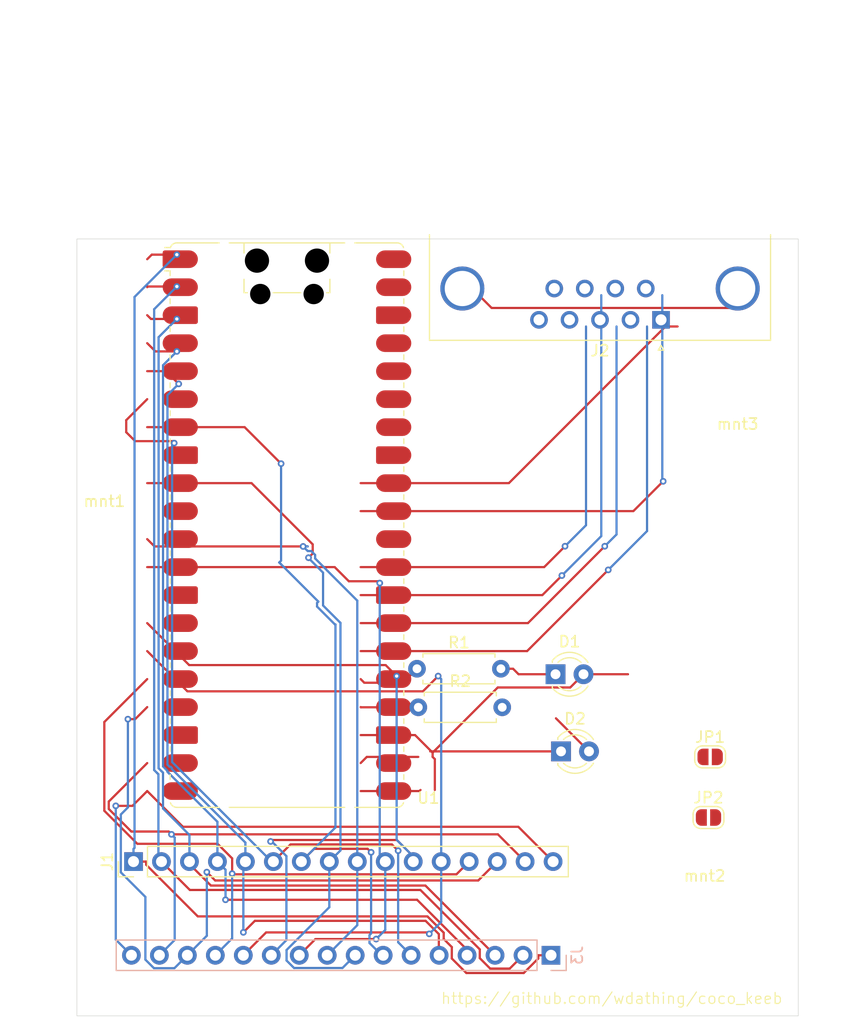
<source format=kicad_pcb>
(kicad_pcb (version 20241229) (generator "pcbnew") (generator_version "9.0")
  (layers (0 "F.Cu" signal) (2 "B.Cu" signal) (13 "F.Paste" user) (15 "B.Paste" user) (5 "F.SilkS" user "F.Silkscreen") (7 "B.SilkS" user "B.Silkscreen") (1 "F.Mask" user) (3 "B.Mask" user) (25 "Edge.Cuts" user))
  (net 0 "")
  (net 1 "Net-(J1-Pin_13)")
  (net 2 "Net-(J1-Pin_4)")
  (net 3 "Net-(J1-Pin_7)")
  (net 4 "Net-(J1-Pin_5)")
  (net 5 "Net-(J1-Pin_3)")
  (net 6 "Net-(J1-Pin_11)")
  (net 7 "Net-(J1-Pin_16)")
  (net 8 "Net-(J1-Pin_14)")
  (net 9 "Net-(J1-Pin_12)")
  (net 10 "Net-(J1-Pin_8)")
  (net 11 "Net-(J1-Pin_10)")
  (net 12 "Net-(J1-Pin_15)")
  (net 13 "Net-(J1-Pin_1)")
  (net 14 "Net-(J1-Pin_9)")
  (net 15 "Net-(J1-Pin_6)")
  (net 16 "Net-(J1-Pin_2)")
  (net 19 "unconnected-(J2-PAD-Pad0)")
  (net 33 "Net-(U1-GPIO22)")
  (net 34 "Net-(U1-GPIO27_ADC1)")
  (net 35 "Net-(U1-GPIO26_ADC0)")
  (net 36 "Net-(U1-GPIO20)")
  (net 37 "Net-(J2-Pad8)")
  (net 38 "Net-(U1-GPIO21)")
  (net 39 "Net-(D1-A)")
  (net 41 "Net-(D1-K)")
  (net 42 "Net-(D2-K)")
  (net 43 "Net-(JP1-A)")
  (net 44 "Net-(JP2-A)")
  (net 45 "Net-(U1-GPIO19)")
  (net 46 "Net-(U1-GPIO18)")
  (footprint "LED_THT:LED_D3.0mm" (layer "F.Cu") (at 123.46 74.5)
    (property "Reference" "D2" (at 1.27 -2.96 0) (layer "F.SilkS"))
    (property "Value" "LED")
    (pad "1" thru_hole rect (at 0 0) (size 1.8 1.8) (drill 0.9) (layers "*.Cu" "*.Mask") (net 42 "Net-(D2-K)"))
    (pad "2" thru_hole circle (at 2.54 0) (size 1.8 1.8) (drill 0.9) (layers "*.Cu" "*.Mask") (net 39 "Net-(D1-A)"))
  )
  (footprint "Connector_Dsub:DSUB-9_Pins_Horizontal_P2.77x2.84mm_EdgePinOffset4.94mm_Housed_MountingHolesOffset4.94mm" (layer "F.Cu") (at 132.54 35.34 180)
    (property "Reference" "J2" (at 5.54 -2.8 0) (layer "F.SilkS"))
    (property "Value" "DE9_Plug_MountingHoles")
    (pad "0" thru_hole circle (at -6.96 2.84 180) (size 4 4) (drill 3.2) (layers "*.Cu" "*.Mask") (net 19 "unconnected-(J2-PAD-Pad0)"))
    (pad "0" thru_hole circle (at 18.04 2.84 180) (size 4 4) (drill 3.2) (layers "*.Cu" "*.Mask") (net 19 "unconnected-(J2-PAD-Pad0)"))
    (pad "1" thru_hole rect (at 0 0 180) (size 1.6 1.6) (drill 1) (layers "*.Cu" "*.Mask") (net 34 "Net-(U1-GPIO27_ADC1)"))
    (pad "2" thru_hole circle (at 2.77 0 180) (size 1.6 1.6) (drill 1) (layers "*.Cu" "*.Mask") (net 36 "Net-(U1-GPIO20)"))
    (pad "3" thru_hole circle (at 5.54 0 180) (size 1.6 1.6) (drill 1) (layers "*.Cu" "*.Mask") (net 38 "Net-(U1-GPIO21)"))
    (pad "4" thru_hole circle (at 8.31 0 180) (size 1.6 1.6) (drill 1) (layers "*.Cu" "*.Mask") (net 33 "Net-(U1-GPIO22)"))
    (pad "5" thru_hole circle (at 11.08 0 180) (size 1.6 1.6) (drill 1) (layers "*.Cu" "*.Mask"))
    (pad "6" thru_hole circle (at 1.385 2.84 180) (size 1.6 1.6) (drill 1) (layers "*.Cu" "*.Mask") (net 35 "Net-(U1-GPIO26_ADC0)"))
    (pad "7" thru_hole circle (at 4.155 2.84 180) (size 1.6 1.6) (drill 1) (layers "*.Cu" "*.Mask"))
    (pad "8" thru_hole circle (at 6.925 2.84 180) (size 1.6 1.6) (drill 1) (layers "*.Cu" "*.Mask") (net 37 "Net-(J2-Pad8)"))
    (pad "9" thru_hole circle (at 9.695 2.84 180) (size 1.6 1.6) (drill 1) (layers "*.Cu" "*.Mask"))
  )
  (footprint "LED_THT:LED_D3.0mm" (layer "F.Cu") (at 122.96 67.5)
    (property "Reference" "D1" (at 1.27 -2.96 0) (layer "F.SilkS"))
    (property "Value" "LED")
    (pad "1" thru_hole rect (at 0 0) (size 1.8 1.8) (drill 0.9) (layers "*.Cu" "*.Mask") (net 41 "Net-(D1-K)"))
    (pad "2" thru_hole circle (at 2.54 0) (size 1.8 1.8) (drill 0.9) (layers "*.Cu" "*.Mask") (net 39 "Net-(D1-A)"))
  )
  (footprint "Jumper:SolderJumper-2_P1.3mm_Open_RoundedPad1.0x1.5mm" (layer "F.Cu") (at 136.85 80.5)
    (property "Reference" "JP2" (at 0 -1.8 0) (layer "F.SilkS"))
    (property "Value" "OPEN=HOST")
    (pad "1" smd custom (at -0.65 0) (size 1 0.5) (layers "F.Cu" "F.Mask") (net 44 "Net-(JP2-A)") (options (clearance outline) (anchor rect)) (primitives (gr_circle (center 0 0.25) (end 0.5 0.25) (width 0) (fill yes)) (gr_circle (center 0 -0.25) (end 0.5 -0.25) (width 0) (fill yes)) (gr_poly (pts (xy 0.5 0.75) (xy 0 0.75) (xy 0 -0.75) (xy 0.5 -0.75)) (width 0) (fill yes))))
    (pad "2" smd custom (at 0.65 0) (size 1 0.5) (layers "F.Cu" "F.Mask") (net 39 "Net-(D1-A)") (options (clearance outline) (anchor rect)) (primitives (gr_circle (center 0 0.25) (end 0.5 0.25) (width 0) (fill yes)) (gr_circle (center 0 -0.25) (end 0.5 -0.25) (width 0) (fill yes)) (gr_poly (pts (xy 0 0.75) (xy -0.5 0.75) (xy -0.5 -0.75) (xy 0 -0.75)) (width 0) (fill yes))))
  )
  (footprint "Module:RaspberryPi_Pico_Common_SMD" (layer "F.Cu") (at 98.575 53.97)
    (property "Reference" "U1" (at 11.7475 24.765 0) (layer "F.SilkS") (effects (justify left)))
    (property "Value" "Pico")
    (pad "" smd rect (at -8.89 -24.13) (size 3.8 2.2) (drill (offset -0.8 0)) (layers "F.Paste"))
    (pad "" smd rect (at -8.89 -21.59) (size 3.8 2.2) (drill (offset -0.8 0)) (layers "F.Paste"))
    (pad "" smd rect (at -8.89 -19.05) (size 3.8 2.2) (drill (offset -0.8 0)) (layers "F.Paste"))
    (pad "" smd rect (at -8.89 -16.51) (size 3.8 2.2) (drill (offset -0.8 0)) (layers "F.Paste"))
    (pad "" smd rect (at -8.89 -13.97) (size 3.8 2.2) (drill (offset -0.8 0)) (layers "F.Paste"))
    (pad "" smd rect (at -8.89 -11.43) (size 3.8 2.2) (drill (offset -0.8 0)) (layers "F.Paste"))
    (pad "" smd rect (at -8.89 -8.89) (size 3.8 2.2) (drill (offset -0.8 0)) (layers "F.Paste"))
    (pad "" smd rect (at -8.89 -6.35) (size 3.8 2.2) (drill (offset -0.8 0)) (layers "F.Paste"))
    (pad "" smd rect (at -8.89 -3.81) (size 3.8 2.2) (drill (offset -0.8 0)) (layers "F.Paste"))
    (pad "" smd rect (at -8.89 -1.27) (size 3.8 2.2) (drill (offset -0.8 0)) (layers "F.Paste"))
    (pad "" smd rect (at -8.89 1.27) (size 3.8 2.2) (drill (offset -0.8 0)) (layers "F.Paste"))
    (pad "" smd rect (at -8.89 3.81) (size 3.8 2.2) (drill (offset -0.8 0)) (layers "F.Paste"))
    (pad "" smd rect (at -8.89 6.35) (size 3.8 2.2) (drill (offset -0.8 0)) (layers "F.Paste"))
    (pad "" smd rect (at -8.89 8.89) (size 3.8 2.2) (drill (offset -0.8 0)) (layers "F.Paste"))
    (pad "" smd rect (at -8.89 11.43) (size 3.8 2.2) (drill (offset -0.8 0)) (layers "F.Paste"))
    (pad "" smd rect (at -8.89 13.97) (size 3.8 2.2) (drill (offset -0.8 0)) (layers "F.Paste"))
    (pad "" smd rect (at -8.89 16.51) (size 3.8 2.2) (drill (offset -0.8 0)) (layers "F.Paste"))
    (pad "" smd rect (at -8.89 19.05) (size 3.8 2.2) (drill (offset -0.8 0)) (layers "F.Paste"))
    (pad "" smd rect (at -8.89 21.59) (size 3.8 2.2) (drill (offset -0.8 0)) (layers "F.Paste"))
    (pad "" smd rect (at -8.89 24.13) (size 3.8 2.2) (drill (offset -0.8 0)) (layers "F.Paste"))
    (pad "" np_thru_hole circle (at -2.725 -24) (size 2.2 2.2) (drill 2.2) (layers "*.Mask"))
    (pad "" np_thru_hole circle (at -2.425 -20.97) (size 1.85 1.85) (drill 1.85) (layers "*.Mask"))
    (pad "" np_thru_hole circle (at 2.425 -20.97) (size 1.85 1.85) (drill 1.85) (layers "*.Mask"))
    (pad "" np_thru_hole circle (at 2.725 -24) (size 2.2 2.2) (drill 2.2) (layers "*.Mask"))
    (pad "" smd rect (at 8.89 -24.13) (size 3.8 2.2) (drill (offset 0.8 0)) (layers "F.Paste"))
    (pad "" smd rect (at 8.89 -21.59) (size 3.8 2.2) (drill (offset 0.8 0)) (layers "F.Paste"))
    (pad "" smd rect (at 8.89 -19.05) (size 3.8 2.2) (drill (offset 0.8 0)) (layers "F.Paste"))
    (pad "" smd rect (at 8.89 -16.51) (size 3.8 2.2) (drill (offset 0.8 0)) (layers "F.Paste"))
    (pad "" smd rect (at 8.89 -13.97) (size 3.8 2.2) (drill (offset 0.8 0)) (layers "F.Paste"))
    (pad "" smd rect (at 8.89 -11.43) (size 3.8 2.2) (drill (offset 0.8 0)) (layers "F.Paste"))
    (pad "" smd rect (at 8.89 -8.89) (size 3.8 2.2) (drill (offset 0.8 0)) (layers "F.Paste"))
    (pad "" smd rect (at 8.89 -6.35) (size 3.8 2.2) (drill (offset 0.8 0)) (layers "F.Paste"))
    (pad "" smd rect (at 8.89 -3.81) (size 3.8 2.2) (drill (offset 0.8 0)) (layers "F.Paste"))
    (pad "" smd rect (at 8.89 -1.27) (size 3.8 2.2) (drill (offset 0.8 0)) (layers "F.Paste"))
    (pad "" smd rect (at 8.89 1.27) (size 3.8 2.2) (drill (offset 0.8 0)) (layers "F.Paste"))
    (pad "" smd rect (at 8.89 3.81) (size 3.8 2.2) (drill (offset 0.8 0)) (layers "F.Paste"))
    (pad "" smd rect (at 8.89 6.35) (size 3.8 2.2) (drill (offset 0.8 0)) (layers "F.Paste"))
    (pad "" smd rect (at 8.89 8.89) (size 3.8 2.2) (drill (offset 0.8 0)) (layers "F.Paste"))
    (pad "" smd rect (at 8.89 11.43) (size 3.8 2.2) (drill (offset 0.8 0)) (layers "F.Paste"))
    (pad "" smd rect (at 8.89 13.97) (size 3.8 2.2) (drill (offset 0.8 0)) (layers "F.Paste"))
    (pad "" smd rect (at 8.89 16.51) (size 3.8 2.2) (drill (offset 0.8 0)) (layers "F.Paste"))
    (pad "" smd rect (at 8.89 19.05) (size 3.8 2.2) (drill (offset 0.8 0)) (layers "F.Paste"))
    (pad "" smd rect (at 8.89 21.59) (size 3.8 2.2) (drill (offset 0.8 0)) (layers "F.Paste"))
    (pad "" smd rect (at 8.89 24.13) (size 3.8 2.2) (drill (offset 0.8 0)) (layers "F.Paste"))
    (pad "1" smd custom (at -9.69 -24.13) (size 1.6 0.8) (layers "F.Cu" "F.Mask") (net 13 "Net-(J1-Pin_1)") (options (clearance outline) (anchor rect)) (primitives (gr_circle (center 0.8 0) (end 1.6 0) (width 0) (fill yes)) (gr_poly (pts (xy -1.6 -0.6) (xy -1.6 0.6) (xy -1.4 0.8) (xy 0.8 0.8) (xy 0.8 -0.8) (xy -1.4 -0.8)) (width 0) (fill yes)) (gr_circle (center -1.4 -0.6) (end -1.2 -0.6) (width 0) (fill yes)) (gr_circle (center -1.4 0.6) (end -1.2 0.6) (width 0) (fill yes))))
    (pad "2" smd roundrect (at -9.69 -21.59) (size 3.2 1.6) (layers "F.Cu" "F.Mask") (roundrect_rratio 0.5) (net 16 "Net-(J1-Pin_2)"))
    (pad "3" smd custom (at -9.69 -19.05) (size 1.6 0.8) (layers "F.Cu" "F.Mask") (net 5 "Net-(J1-Pin_3)") (options (clearance outline) (anchor rect)) (primitives (gr_circle (center -0.8 0) (end 0 0) (width 0) (fill yes)) (gr_poly (pts (xy 1.6 -0.6) (xy 1.6 0.6) (xy 1.4 0.8) (xy -0.8 0.8) (xy -0.8 -0.8) (xy 1.4 -0.8)) (width 0) (fill yes)) (gr_circle (center 1.4 -0.6) (end 1.6 -0.6) (width 0) (fill yes)) (gr_circle (center 1.4 0.6) (end 1.6 0.6) (width 0) (fill yes))))
    (pad "4" smd roundrect (at -9.69 -16.51) (size 3.2 1.6) (layers "F.Cu" "F.Mask") (roundrect_rratio 0.5) (net 2 "Net-(J1-Pin_4)"))
    (pad "5" smd roundrect (at -9.69 -13.97) (size 3.2 1.6) (layers "F.Cu" "F.Mask") (roundrect_rratio 0.5) (net 4 "Net-(J1-Pin_5)"))
    (pad "6" smd roundrect (at -9.69 -11.43) (size 3.2 1.6) (layers "F.Cu" "F.Mask") (roundrect_rratio 0.5) (net 15 "Net-(J1-Pin_6)"))
    (pad "7" smd roundrect (at -9.69 -8.89) (size 3.2 1.6) (layers "F.Cu" "F.Mask") (roundrect_rratio 0.5) (net 3 "Net-(J1-Pin_7)"))
    (pad "8" smd custom (at -9.69 -6.35) (size 1.6 0.8) (layers "F.Cu" "F.Mask") (options (clearance outline) (anchor rect)) (primitives (gr_circle (center -0.8 0) (end 0 0) (width 0) (fill yes)) (gr_poly (pts (xy 1.6 -0.6) (xy 1.6 0.6) (xy 1.4 0.8) (xy -0.8 0.8) (xy -0.8 -0.8) (xy 1.4 -0.8)) (width 0) (fill yes)) (gr_circle (center 1.4 -0.6) (end 1.6 -0.6) (width 0) (fill yes)) (gr_circle (center 1.4 0.6) (end 1.6 0.6) (width 0) (fill yes))))
    (pad "9" smd roundrect (at -9.69 -3.81) (size 3.2 1.6) (layers "F.Cu" "F.Mask") (roundrect_rratio 0.5) (net 10 "Net-(J1-Pin_8)"))
    (pad "10" smd roundrect (at -9.69 -1.27) (size 3.2 1.6) (layers "F.Cu" "F.Mask") (roundrect_rratio 0.5))
    (pad "11" smd roundrect (at -9.69 1.27) (size 3.2 1.6) (layers "F.Cu" "F.Mask") (roundrect_rratio 0.5) (net 14 "Net-(J1-Pin_9)"))
    (pad "12" smd roundrect (at -9.69 3.81) (size 3.2 1.6) (layers "F.Cu" "F.Mask") (roundrect_rratio 0.5) (net 11 "Net-(J1-Pin_10)"))
    (pad "13" smd custom (at -9.69 6.35) (size 1.6 0.8) (layers "F.Cu" "F.Mask") (options (clearance outline) (anchor rect)) (primitives (gr_circle (center -0.8 0) (end 0 0) (width 0) (fill yes)) (gr_poly (pts (xy 1.6 -0.6) (xy 1.6 0.6) (xy 1.4 0.8) (xy -0.8 0.8) (xy -0.8 -0.8) (xy 1.4 -0.8)) (width 0) (fill yes)) (gr_circle (center 1.4 -0.6) (end 1.6 -0.6) (width 0) (fill yes)) (gr_circle (center 1.4 0.6) (end 1.6 0.6) (width 0) (fill yes))))
    (pad "14" smd roundrect (at -9.69 8.89) (size 3.2 1.6) (layers "F.Cu" "F.Mask") (roundrect_rratio 0.5) (net 6 "Net-(J1-Pin_11)"))
    (pad "15" smd roundrect (at -9.69 11.43) (size 3.2 1.6) (layers "F.Cu" "F.Mask") (roundrect_rratio 0.5) (net 9 "Net-(J1-Pin_12)"))
    (pad "16" smd roundrect (at -9.69 13.97) (size 3.2 1.6) (layers "F.Cu" "F.Mask") (roundrect_rratio 0.5) (net 1 "Net-(J1-Pin_13)"))
    (pad "17" smd roundrect (at -9.69 16.51) (size 3.2 1.6) (layers "F.Cu" "F.Mask") (roundrect_rratio 0.5) (net 8 "Net-(J1-Pin_14)"))
    (pad "18" smd custom (at -9.69 19.05) (size 1.6 0.8) (layers "F.Cu" "F.Mask") (options (clearance outline) (anchor rect)) (primitives (gr_circle (center -0.8 0) (end 0 0) (width 0) (fill yes)) (gr_poly (pts (xy 1.6 -0.6) (xy 1.6 0.6) (xy 1.4 0.8) (xy -0.8 0.8) (xy -0.8 -0.8) (xy 1.4 -0.8)) (width 0) (fill yes)) (gr_circle (center 1.4 -0.6) (end 1.6 -0.6) (width 0) (fill yes)) (gr_circle (center 1.4 0.6) (end 1.6 0.6) (width 0) (fill yes))))
    (pad "19" smd roundrect (at -9.69 21.59) (size 3.2 1.6) (layers "F.Cu" "F.Mask") (roundrect_rratio 0.5) (net 12 "Net-(J1-Pin_15)"))
    (pad "20" smd roundrect (at -9.69 24.13) (size 3.2 1.6) (layers "F.Cu" "F.Mask") (roundrect_rratio 0.5) (net 7 "Net-(J1-Pin_16)"))
    (pad "21" smd roundrect (at 9.69 24.13) (size 3.2 1.6) (layers "F.Cu" "F.Mask") (roundrect_rratio 0.5) (net 44 "Net-(JP2-A)"))
    (pad "22" smd roundrect (at 9.69 21.59) (size 3.2 1.6) (layers "F.Cu" "F.Mask") (roundrect_rratio 0.5) (net 43 "Net-(JP1-A)"))
    (pad "23" smd custom (at 9.69 19.05) (size 1.6 0.8) (layers "F.Cu" "F.Mask") (net 39 "Net-(D1-A)") (options (clearance outline) (anchor rect)) (primitives (gr_circle (center 0.8 0) (end 1.6 0) (width 0) (fill yes)) (gr_poly (pts (xy -1.6 -0.6) (xy -1.6 0.6) (xy -1.4 0.8) (xy 0.8 0.8) (xy 0.8 -0.8) (xy -1.4 -0.8)) (width 0) (fill yes)) (gr_circle (center -1.4 -0.6) (end -1.2 -0.6) (width 0) (fill yes)) (gr_circle (center -1.4 0.6) (end -1.2 0.6) (width 0) (fill yes))))
    (pad "24" smd roundrect (at 9.69 16.51) (size 3.2 1.6) (layers "F.Cu" "F.Mask") (roundrect_rratio 0.5) (net 46 "Net-(U1-GPIO18)"))
    (pad "25" smd roundrect (at 9.69 13.97) (size 3.2 1.6) (layers "F.Cu" "F.Mask") (roundrect_rratio 0.5) (net 45 "Net-(U1-GPIO19)"))
    (pad "26" smd roundrect (at 9.69 11.43) (size 3.2 1.6) (layers "F.Cu" "F.Mask") (roundrect_rratio 0.5) (net 36 "Net-(U1-GPIO20)"))
    (pad "27" smd roundrect (at 9.69 8.89) (size 3.2 1.6) (layers "F.Cu" "F.Mask") (roundrect_rratio 0.5) (net 38 "Net-(U1-GPIO21)"))
    (pad "28" smd custom (at 9.69 6.35) (size 1.6 0.8) (layers "F.Cu" "F.Mask") (net 37 "Net-(J2-Pad8)") (options (clearance outline) (anchor rect)) (primitives (gr_circle (center 0.8 0) (end 1.6 0) (width 0) (fill yes)) (gr_poly (pts (xy -1.6 -0.6) (xy -1.6 0.6) (xy -1.4 0.8) (xy 0.8 0.8) (xy 0.8 -0.8) (xy -1.4 -0.8)) (width 0) (fill yes)) (gr_circle (center -1.4 -0.6) (end -1.2 -0.6) (width 0) (fill yes)) (gr_circle (center -1.4 0.6) (end -1.2 0.6) (width 0) (fill yes))))
    (pad "29" smd roundrect (at 9.69 3.81) (size 3.2 1.6) (layers "F.Cu" "F.Mask") (roundrect_rratio 0.5) (net 33 "Net-(U1-GPIO22)"))
    (pad "30" smd roundrect (at 9.69 1.27) (size 3.2 1.6) (layers "F.Cu" "F.Mask") (roundrect_rratio 0.5))
    (pad "31" smd roundrect (at 9.69 -1.27) (size 3.2 1.6) (layers "F.Cu" "F.Mask") (roundrect_rratio 0.5) (net 35 "Net-(U1-GPIO26_ADC0)"))
    (pad "32" smd roundrect (at 9.69 -3.81) (size 3.2 1.6) (layers "F.Cu" "F.Mask") (roundrect_rratio 0.5) (net 34 "Net-(U1-GPIO27_ADC1)"))
    (pad "33" smd custom (at 9.69 -6.35) (size 1.6 0.8) (layers "F.Cu" "F.Mask") (options (clearance outline) (anchor rect)) (primitives (gr_circle (center 0.8 0) (end 1.6 0) (width 0) (fill yes)) (gr_poly (pts (xy -1.6 -0.6) (xy -1.6 0.6) (xy -1.4 0.8) (xy 0.8 0.8) (xy 0.8 -0.8) (xy -1.4 -0.8)) (width 0) (fill yes)) (gr_circle (center -1.4 -0.6) (end -1.2 -0.6) (width 0) (fill yes)) (gr_circle (center -1.4 0.6) (end -1.2 0.6) (width 0) (fill yes))))
    (pad "34" smd roundrect (at 9.69 -8.89) (size 3.2 1.6) (layers "F.Cu" "F.Mask") (roundrect_rratio 0.5))
    (pad "35" smd roundrect (at 9.69 -11.43) (size 3.2 1.6) (layers "F.Cu" "F.Mask") (roundrect_rratio 0.5))
    (pad "36" smd roundrect (at 9.69 -13.97) (size 3.2 1.6) (layers "F.Cu" "F.Mask") (roundrect_rratio 0.5))
    (pad "37" smd roundrect (at 9.69 -16.51) (size 3.2 1.6) (layers "F.Cu" "F.Mask") (roundrect_rratio 0.5))
    (pad "38" smd custom (at 9.69 -19.05) (size 1.6 0.8) (layers "F.Cu" "F.Mask") (options (clearance outline) (anchor rect)) (primitives (gr_circle (center 0.8 0) (end 1.6 0) (width 0) (fill yes)) (gr_poly (pts (xy -1.6 -0.6) (xy -1.6 0.6) (xy -1.4 0.8) (xy 0.8 0.8) (xy 0.8 -0.8) (xy -1.4 -0.8)) (width 0) (fill yes)) (gr_circle (center -1.4 -0.6) (end -1.2 -0.6) (width 0) (fill yes)) (gr_circle (center -1.4 0.6) (end -1.2 0.6) (width 0) (fill yes))))
    (pad "39" smd roundrect (at 9.69 -21.59) (size 3.2 1.6) (layers "F.Cu" "F.Mask") (roundrect_rratio 0.5))
    (pad "40" smd roundrect (at 9.69 -24.13) (size 3.2 1.6) (layers "F.Cu" "F.Mask") (roundrect_rratio 0.5))
  )
  (footprint "MountingHole:MountingHole_3.2mm_M3" (layer "F.Cu") (at 82 56)
    (property "Reference" "mnt1" (at 0 -4.2 0) (layer "F.SilkS"))
    (property "Value" "MountingHole_3.2mm_M3")
    (pad "" np_thru_hole circle (at 0 0) (size 3.2 3.2) (drill 3.2) (layers "*.Cu" "*.Mask"))
  )
  (footprint "Jumper:SolderJumper-2_P1.3mm_Open_RoundedPad1.0x1.5mm" (layer "F.Cu") (at 137 75)
    (property "Reference" "JP1" (at 0 -1.8 0) (layer "F.SilkS"))
    (property "Value" "OPEN=DRAGON")
    (pad "1" smd custom (at -0.65 0) (size 1 0.5) (layers "F.Cu" "F.Mask") (net 43 "Net-(JP1-A)") (options (clearance outline) (anchor rect)) (primitives (gr_circle (center 0 0.25) (end 0.5 0.25) (width 0) (fill yes)) (gr_circle (center 0 -0.25) (end 0.5 -0.25) (width 0) (fill yes)) (gr_poly (pts (xy 0.5 0.75) (xy 0 0.75) (xy 0 -0.75) (xy 0.5 -0.75)) (width 0) (fill yes))))
    (pad "2" smd custom (at 0.65 0) (size 1 0.5) (layers "F.Cu" "F.Mask") (net 39 "Net-(D1-A)") (options (clearance outline) (anchor rect)) (primitives (gr_circle (center 0 0.25) (end 0.5 0.25) (width 0) (fill yes)) (gr_circle (center 0 -0.25) (end 0.5 -0.25) (width 0) (fill yes)) (gr_poly (pts (xy 0 0.75) (xy -0.5 0.75) (xy -0.5 -0.75) (xy 0 -0.75)) (width 0) (fill yes))))
  )
  (footprint "MountingHole:MountingHole_3.2mm_M3" (layer "F.Cu") (at 139.5 49)
    (property "Reference" "mnt3" (at 0 -4.2 0) (layer "F.SilkS"))
    (property "Value" "MountingHole_3.2mm_M3")
    (pad "" np_thru_hole circle (at 0 0) (size 3.2 3.2) (drill 3.2) (layers "*.Cu" "*.Mask"))
  )
  (footprint "MountingHole:MountingHole_3.2mm_M3" (layer "F.Cu") (at 136.5 90)
    (property "Reference" "mnt2" (at 0 -4.2 0) (layer "F.SilkS"))
    (property "Value" "MountingHole_3.2mm_M3")
    (pad "" np_thru_hole circle (at 0 0) (size 3.2 3.2) (drill 3.2) (layers "*.Cu" "*.Mask"))
  )
  (footprint "Resistor_THT:R_Axial_DIN0207_L6.3mm_D2.5mm_P7.62mm_Horizontal" (layer "F.Cu") (at 110.5 70.5)
    (property "Reference" "R2" (at 3.81 -2.37 0) (layer "F.SilkS"))
    (property "Value" "1K")
    (pad "1" thru_hole circle (at 0 0) (size 1.6 1.6) (drill 0.8) (layers "*.Cu" "*.Mask") (net 46 "Net-(U1-GPIO18)"))
    (pad "2" thru_hole oval (at 7.62 0) (size 1.6 1.6) (drill 0.8) (layers "*.Cu" "*.Mask") (net 42 "Net-(D2-K)"))
  )
  (footprint "Resistor_THT:R_Axial_DIN0207_L6.3mm_D2.5mm_P7.62mm_Horizontal" (layer "F.Cu") (at 110.38 67)
    (property "Reference" "R1" (at 3.81 -2.37 0) (layer "F.SilkS"))
    (property "Value" "1K")
    (pad "1" thru_hole circle (at 0 0) (size 1.6 1.6) (drill 0.8) (layers "*.Cu" "*.Mask") (net 45 "Net-(U1-GPIO19)"))
    (pad "2" thru_hole oval (at 7.62 0) (size 1.6 1.6) (drill 0.8) (layers "*.Cu" "*.Mask") (net 41 "Net-(D1-K)"))
  )
  (footprint "Connector_PinHeader_2.54mm:PinHeader_1x16_P2.54mm_Vertical" (layer "F.Cu") (at 84.64 84.5 90)
    (property "Reference" "J1" (at 0 -2.38 90) (layer "F.SilkS"))
    (property "Value" "Conn_01x16_Pin")
    (pad "1" thru_hole rect (at 0 0 90) (size 1.7 1.7) (drill 1) (layers "*.Cu" "*.Mask") (net 13 "Net-(J1-Pin_1)"))
    (pad "2" thru_hole circle (at 0 2.54 90) (size 1.7 1.7) (drill 1) (layers "*.Cu" "*.Mask") (net 16 "Net-(J1-Pin_2)"))
    (pad "3" thru_hole circle (at 0 5.08 90) (size 1.7 1.7) (drill 1) (layers "*.Cu" "*.Mask") (net 5 "Net-(J1-Pin_3)"))
    (pad "4" thru_hole circle (at 0 7.62 90) (size 1.7 1.7) (drill 1) (layers "*.Cu" "*.Mask") (net 2 "Net-(J1-Pin_4)"))
    (pad "5" thru_hole circle (at 0 10.16 90) (size 1.7 1.7) (drill 1) (layers "*.Cu" "*.Mask") (net 4 "Net-(J1-Pin_5)"))
    (pad "6" thru_hole circle (at 0 12.7 90) (size 1.7 1.7) (drill 1) (layers "*.Cu" "*.Mask") (net 15 "Net-(J1-Pin_6)"))
    (pad "7" thru_hole circle (at 0 15.24 90) (size 1.7 1.7) (drill 1) (layers "*.Cu" "*.Mask") (net 3 "Net-(J1-Pin_7)"))
    (pad "8" thru_hole circle (at 0 17.78 90) (size 1.7 1.7) (drill 1) (layers "*.Cu" "*.Mask") (net 10 "Net-(J1-Pin_8)"))
    (pad "9" thru_hole circle (at 0 20.32 90) (size 1.7 1.7) (drill 1) (layers "*.Cu" "*.Mask") (net 14 "Net-(J1-Pin_9)"))
    (pad "10" thru_hole circle (at 0 22.86 90) (size 1.7 1.7) (drill 1) (layers "*.Cu" "*.Mask") (net 11 "Net-(J1-Pin_10)"))
    (pad "11" thru_hole circle (at 0 25.4 90) (size 1.7 1.7) (drill 1) (layers "*.Cu" "*.Mask") (net 6 "Net-(J1-Pin_11)"))
    (pad "12" thru_hole circle (at 0 27.94 90) (size 1.7 1.7) (drill 1) (layers "*.Cu" "*.Mask") (net 9 "Net-(J1-Pin_12)"))
    (pad "13" thru_hole circle (at 0 30.48 90) (size 1.7 1.7) (drill 1) (layers "*.Cu" "*.Mask") (net 1 "Net-(J1-Pin_13)"))
    (pad "14" thru_hole circle (at 0 33.02 90) (size 1.7 1.7) (drill 1) (layers "*.Cu" "*.Mask") (net 8 "Net-(J1-Pin_14)"))
    (pad "15" thru_hole circle (at 0 35.56 90) (size 1.7 1.7) (drill 1) (layers "*.Cu" "*.Mask") (net 12 "Net-(J1-Pin_15)"))
    (pad "16" thru_hole circle (at 0 38.1 90) (size 1.7 1.7) (drill 1) (layers "*.Cu" "*.Mask") (net 7 "Net-(J1-Pin_16)"))
  )
  (footprint "Connector_PinHeader_2.54mm:PinHeader_1x16_P2.54mm_Vertical" (layer "B.Cu") (at 122.55 93 90)
    (property "Reference" "J3" (at 0 2.38 90) (layer "B.SilkS") (effects (justify mirror)))
    (property "Value" "Conn_01x16_Pin")
    (pad "1" thru_hole rect (at 0 0 90) (size 1.7 1.7) (drill 1) (layers "*.Cu" "*.Mask") (net 13 "Net-(J1-Pin_1)"))
    (pad "2" thru_hole circle (at 0 -2.54 90) (size 1.7 1.7) (drill 1) (layers "*.Cu" "*.Mask") (net 16 "Net-(J1-Pin_2)"))
    (pad "3" thru_hole circle (at 0 -5.08 90) (size 1.7 1.7) (drill 1) (layers "*.Cu" "*.Mask") (net 5 "Net-(J1-Pin_3)"))
    (pad "4" thru_hole circle (at 0 -7.62 90) (size 1.7 1.7) (drill 1) (layers "*.Cu" "*.Mask") (net 2 "Net-(J1-Pin_4)"))
    (pad "5" thru_hole circle (at 0 -10.16 90) (size 1.7 1.7) (drill 1) (layers "*.Cu" "*.Mask") (net 4 "Net-(J1-Pin_5)"))
    (pad "6" thru_hole circle (at 0 -12.7 90) (size 1.7 1.7) (drill 1) (layers "*.Cu" "*.Mask") (net 15 "Net-(J1-Pin_6)"))
    (pad "7" thru_hole circle (at 0 -15.24 90) (size 1.7 1.7) (drill 1) (layers "*.Cu" "*.Mask") (net 3 "Net-(J1-Pin_7)"))
    (pad "8" thru_hole circle (at 0 -17.78 90) (size 1.7 1.7) (drill 1) (layers "*.Cu" "*.Mask") (net 10 "Net-(J1-Pin_8)"))
    (pad "9" thru_hole circle (at 0 -20.32 90) (size 1.7 1.7) (drill 1) (layers "*.Cu" "*.Mask") (net 14 "Net-(J1-Pin_9)"))
    (pad "10" thru_hole circle (at 0 -22.86 90) (size 1.7 1.7) (drill 1) (layers "*.Cu" "*.Mask") (net 11 "Net-(J1-Pin_10)"))
    (pad "11" thru_hole circle (at 0 -25.4 90) (size 1.7 1.7) (drill 1) (layers "*.Cu" "*.Mask") (net 6 "Net-(J1-Pin_11)"))
    (pad "12" thru_hole circle (at 0 -27.94 90) (size 1.7 1.7) (drill 1) (layers "*.Cu" "*.Mask") (net 9 "Net-(J1-Pin_12)"))
    (pad "13" thru_hole circle (at 0 -30.48 90) (size 1.7 1.7) (drill 1) (layers "*.Cu" "*.Mask") (net 1 "Net-(J1-Pin_13)"))
    (pad "14" thru_hole circle (at 0 -33.02 90) (size 1.7 1.7) (drill 1) (layers "*.Cu" "*.Mask") (net 8 "Net-(J1-Pin_14)"))
    (pad "15" thru_hole circle (at 0 -35.56 90) (size 1.7 1.7) (drill 1) (layers "*.Cu" "*.Mask") (net 12 "Net-(J1-Pin_15)"))
    (pad "16" thru_hole circle (at 0 -38.1 90) (size 1.7 1.7) (drill 1) (layers "*.Cu" "*.Mask") (net 7 "Net-(J1-Pin_16)"))
  )
  (gr_rect (start 79.5 28) (end 145 98.5) (stroke (width 0.05)) (fill no) (layer "Edge.Cuts"))
  (gr_text "https://github.com/wdathing/coco_keeb" (at 112.5 97.5 0) (layer "F.SilkS") (effects (font (size 1 1) (thickness 0.1)) (justify left bottom)))
  (segment (start 92.2751 82.8863) (end 93.5984 84.2096) (width 0.2) (layer "F.Cu") (net 1))
  (segment (start 93.5984 84.2096) (end 93.5984 85.5943) (width 0.2) (layer "F.Cu") (net 1))
  (segment (start 81.9915 79.8891) (end 84.9887 82.8863) (width 0.2) (layer "F.Cu") (net 1))
  (segment (start 113.9664 85.6536) (end 93.6577 85.6536) (width 0.2) (layer "F.Cu") (net 1))
  (segment (start 85.885 67.94) (end 81.9915 71.8335) (width 0.2) (layer "F.Cu") (net 1))
  (segment (start 81.9915 71.8335) (end 81.9915 79.8891) (width 0.2) (layer "F.Cu") (net 1))
  (segment (start 115.12 84.5) (end 113.9664 85.6536) (width 0.2) (layer "F.Cu") (net 1))
  (segment (start 93.6577 85.6536) (end 93.5984 85.5943) (width 0.2) (layer "F.Cu") (net 1))
  (segment (start 84.9887 82.8863) (end 92.2751 82.8863) (width 0.2) (layer "F.Cu") (net 1))
  (via (at 93.5984 85.5943) (size 0.6) (drill 0.3) (layers "F.Cu" "B.Cu") (net 1))
  (segment (start 93.5984 91.4716) (end 93.5984 85.5943) (width 0.2) (layer "B.Cu") (net 1))
  (segment (start 92.07 93) (end 93.5984 91.4716) (width 0.2) (layer "B.Cu") (net 1))
  (segment (start 85.885 37.46) (end 86.6302 38.2052) (width 0.2) (layer "F.Cu") (net 2))
  (segment (start 114.93 93) (end 114.93 92.5065) (width 0.2) (layer "F.Cu") (net 2))
  (segment (start 86.6302 38.2052) (end 88.5756 38.2052) (width 0.2) (layer "F.Cu") (net 2))
  (segment (start 114.93 92.5065) (end 110.3896 87.9661) (width 0.2) (layer "F.Cu") (net 2))
  (segment (start 110.3896 87.9661) (end 92.9967 87.9661) (width 0.2) (layer "F.Cu") (net 2))
  (via (at 88.5756 38.2052) (size 0.6) (drill 0.3) (layers "F.Cu" "B.Cu") (net 2))
  (via (at 92.9967 87.9661) (size 0.6) (drill 0.3) (layers "F.Cu" "B.Cu") (net 2))
  (segment (start 92.26 80.8887) (end 92.26 84.5) (width 0.2) (layer "B.Cu") (net 2))
  (segment (start 88.5756 38.2052) (end 87.3208 39.46) (width 0.2) (layer "B.Cu") (net 2))
  (segment (start 87.9462 76.5749) (end 92.26 80.8887) (width 0.2) (layer "B.Cu") (net 2))
  (segment (start 92.26 84.5) (end 92.9967 85.2367) (width 0.2) (layer "B.Cu") (net 2))
  (segment (start 87.7225 76.2665) (end 87.7225 76.3512) (width 0.2) (layer "B.Cu") (net 2))
  (segment (start 87.7799 76.4086) (end 87.9462 76.5749) (width 0.2) (layer "B.Cu") (net 2))
  (segment (start 87.3208 75.8648) (end 87.5562 76.1002) (width 0.2) (layer "B.Cu") (net 2))
  (segment (start 87.7225 76.3512) (end 87.7799 76.4086) (width 0.2) (layer "B.Cu") (net 2))
  (segment (start 87.3208 39.46) (end 87.3208 75.8648) (width 0.2) (layer "B.Cu") (net 2))
  (segment (start 87.5562 76.1002) (end 87.7225 76.2665) (width 0.2) (layer "B.Cu") (net 2))
  (segment (start 87.7799 76.4086) (end 87.9462 76.5749) (width 0.2) (layer "B.Cu") (net 2))
  (segment (start 87.5562 76.1002) (end 87.7225 76.2665) (width 0.2) (layer "B.Cu") (net 2))
  (segment (start 92.9967 85.2367) (end 92.9967 87.9661) (width 0.2) (layer "B.Cu") (net 2))
  (segment (start 99.88 84.5) (end 101.037 83.343) (width 0.2) (layer "F.Cu") (net 3))
  (segment (start 105.9011 83.343) (end 106.2148 83.6567) (width 0.2) (layer "F.Cu") (net 3))
  (segment (start 85.885 45.08) (end 94.7291 45.08) (width 0.2) (layer "F.Cu") (net 3))
  (segment (start 94.7291 45.08) (end 98.0402 48.3911) (width 0.2) (layer "F.Cu") (net 3))
  (segment (start 101.037 83.343) (end 105.9011 83.343) (width 0.2) (layer "F.Cu") (net 3))
  (via (at 98.0402 48.3911) (size 0.6) (drill 0.3) (layers "F.Cu" "B.Cu") (net 3))
  (via (at 106.2148 83.6567) (size 0.6) (drill 0.3) (layers "F.Cu" "B.Cu") (net 3))
  (segment (start 106.2148 91.0224) (end 106.0675 91.1697) (width 0.2) (layer "B.Cu") (net 3))
  (segment (start 102.9291 62.9811) (end 102.978 62.9811) (width 0.2) (layer "B.Cu") (net 3))
  (segment (start 98.0387 57.5227) (end 101.4265 60.9105) (width 0.2) (layer "B.Cu") (net 3))
  (segment (start 98.0402 48.3911) (end 98.0402 57.1916) (width 0.2) (layer "B.Cu") (net 3))
  (segment (start 97.8739 57.3579) (end 98.0387 57.5227) (width 0.2) (layer "B.Cu") (net 3))
  (segment (start 106.0675 91.1697) (end 106.0675 91.8878) (width 0.2) (layer "B.Cu") (net 3))
  (segment (start 102.978 81.402) (end 99.88 84.5) (width 0.2) (layer "B.Cu") (net 3))
  (segment (start 106.0675 91.8878) (end 107.1797 93) (width 0.2) (layer "B.Cu") (net 3))
  (segment (start 98.0402 57.1916) (end 97.8739 57.3579) (width 0.2) (layer "B.Cu") (net 3))
  (segment (start 97.8739 57.3579) (end 98.0387 57.5227) (width 0.2) (layer "B.Cu") (net 3))
  (segment (start 107.1797 93) (end 107.31 93) (width 0.2) (layer "B.Cu") (net 3))
  (segment (start 101.3088 61.0282) (end 101.3088 61.3608) (width 0.2) (layer "B.Cu") (net 3))
  (segment (start 102.978 62.9811) (end 102.978 81.402) (width 0.2) (layer "B.Cu") (net 3))
  (segment (start 101.4265 60.9105) (end 101.3088 61.0282) (width 0.2) (layer "B.Cu") (net 3))
  (segment (start 106.2148 83.6567) (end 106.2148 91.0224) (width 0.2) (layer "B.Cu") (net 3))
  (segment (start 101.3088 61.3608) (end 102.9291 62.9811) (width 0.2) (layer "B.Cu") (net 3))
  (segment (start 87.588 40) (end 88.7429 41.1549) (width 0.2) (layer "F.Cu") (net 4))
  (segment (start 85.885 40) (end 87.588 40) (width 0.2) (layer "F.Cu") (net 4))
  (segment (start 95.6601 89.8759) (end 94.6155 90.9205) (width 0.2) (layer "F.Cu") (net 4))
  (segment (start 112.3635 91.076) (end 111.1634 89.8759) (width 0.2) (layer "F.Cu") (net 4))
  (segment (start 112.39 93) (end 112.3635 92.9735) (width 0.2) (layer "F.Cu") (net 4))
  (segment (start 111.1634 89.8759) (end 95.6601 89.8759) (width 0.2) (layer "F.Cu") (net 4))
  (segment (start 112.3635 92.9735) (end 112.3635 91.076) (width 0.2) (layer "F.Cu") (net 4))
  (via (at 94.6155 90.9205) (size 0.6) (drill 0.3) (layers "F.Cu" "B.Cu") (net 4))
  (via (at 88.7429 41.1549) (size 0.6) (drill 0.3) (layers "F.Cu" "B.Cu") (net 4))
  (segment (start 88.7429 41.1549) (end 87.7225 42.1753) (width 0.2) (layer "B.Cu") (net 4))
  (segment (start 94.8 82.776) (end 94.8 84.5) (width 0.2) (layer "B.Cu") (net 4))
  (segment (start 94.6155 84.6845) (end 94.8 84.5) (width 0.2) (layer "B.Cu") (net 4))
  (segment (start 94.6155 90.9205) (end 94.6155 84.6845) (width 0.2) (layer "B.Cu") (net 4))
  (segment (start 87.9225 75.8985) (end 88.0093 75.8985) (width 0.2) (layer "B.Cu") (net 4))
  (segment (start 88.1227 76.0987) (end 94.8 82.776) (width 0.2) (layer "B.Cu") (net 4))
  (segment (start 87.7225 75.6985) (end 87.9225 75.8985) (width 0.2) (layer "B.Cu") (net 4))
  (segment (start 88.0093 75.8985) (end 88.1227 76.0119) (width 0.2) (layer "B.Cu") (net 4))
  (segment (start 87.7225 42.1753) (end 87.7225 75.6985) (width 0.2) (layer "B.Cu") (net 4))
  (segment (start 88.1227 76.0119) (end 88.1227 76.0987) (width 0.2) (layer "B.Cu") (net 4))
  (segment (start 89.72 84.7276) (end 91.6666 86.6742) (width 0.2) (layer "F.Cu") (net 5))
  (segment (start 88.5741 35.2631) (end 86.2281 35.2631) (width 0.2) (layer "F.Cu") (net 5))
  (segment (start 89.72 84.5) (end 89.72 84.7276) (width 0.2) (layer "F.Cu") (net 5))
  (segment (start 91.6666 86.6742) (end 111.1442 86.6742) (width 0.2) (layer "F.Cu") (net 5))
  (segment (start 111.1442 86.6742) (end 117.47 93) (width 0.2) (layer "F.Cu") (net 5))
  (segment (start 86.2281 35.2631) (end 85.885 34.92) (width 0.2) (layer "F.Cu") (net 5))
  (via (at 88.5741 35.2631) (size 0.6) (drill 0.3) (layers "F.Cu" "B.Cu") (net 5))
  (segment (start 87.3207 79.6878) (end 89.72 82.0871) (width 0.2) (layer "B.Cu") (net 5))
  (segment (start 87.3207 76.4327) (end 87.3207 79.6878) (width 0.2) (layer "B.Cu") (net 5))
  (segment (start 89.72 82.0871) (end 89.72 84.5) (width 0.2) (layer "B.Cu") (net 5))
  (segment (start 86.9191 36.9181) (end 86.9191 76.0311) (width 0.2) (layer "B.Cu") (net 5))
  (segment (start 87.1545 76.2665) (end 87.3207 76.4327) (width 0.2) (layer "B.Cu") (net 5))
  (segment (start 87.1545 76.2665) (end 87.3207 76.4327) (width 0.2) (layer "B.Cu") (net 5))
  (segment (start 86.9191 76.0311) (end 87.1545 76.2665) (width 0.2) (layer "B.Cu") (net 5))
  (segment (start 88.5741 35.2631) (end 86.9191 36.9181) (width 0.2) (layer "B.Cu") (net 5))
  (segment (start 110.04 84.5) (end 110.04 84.0295) (width 0.2) (layer "F.Cu") (net 6))
  (segment (start 108.5501 82.5396) (end 97.2229 82.5396) (width 0.2) (layer "F.Cu") (net 6))
  (segment (start 110.04 84.0295) (end 108.5501 82.5396) (width 0.2) (layer "F.Cu") (net 6))
  (segment (start 97.2229 82.5396) (end 97.0892 82.6733) (width 0.2) (layer "F.Cu") (net 6))
  (segment (start 107.5348 66.67) (end 108.5328 67.668) (width 0.2) (layer "F.Cu") (net 6))
  (segment (start 89.695 66.67) (end 107.5348 66.67) (width 0.2) (layer "F.Cu") (net 6))
  (segment (start 85.885 62.86) (end 89.695 66.67) (width 0.2) (layer "F.Cu") (net 6))
  (via (at 108.5328 67.668) (size 0.6) (drill 0.3) (layers "F.Cu" "B.Cu") (net 6))
  (via (at 97.0892 82.6733) (size 0.6) (drill 0.3) (layers "F.Cu" "B.Cu") (net 6))
  (segment (start 110.04 84.5) (end 110.04 84.0295) (width 0.2) (layer "B.Cu") (net 6))
  (segment (start 98.5254 91.6246) (end 98.5254 84.004) (width 0.2) (layer "B.Cu") (net 6))
  (segment (start 98.5254 84.004) (end 97.1947 82.6733) (width 0.2) (layer "B.Cu") (net 6))
  (segment (start 97.1947 82.6733) (end 97.0892 82.6733) (width 0.2) (layer "B.Cu") (net 6))
  (segment (start 108.5328 82.5223) (end 108.5328 67.668) (width 0.2) (layer "B.Cu") (net 6))
  (segment (start 97.15 93) (end 98.5254 91.6246) (width 0.2) (layer "B.Cu") (net 6))
  (segment (start 110.04 84.0295) (end 108.5328 82.5223) (width 0.2) (layer "B.Cu") (net 6))
  (segment (start 89.1254 81.3404) (end 85.885 78.1) (width 0.2) (layer "F.Cu") (net 7))
  (segment (start 122.74 84.5) (end 119.5804 81.3404) (width 0.2) (layer "F.Cu") (net 7))
  (segment (start 119.5804 81.3404) (end 89.1254 81.3404) (width 0.2) (layer "F.Cu") (net 7))
  (segment (start 84.5436 79.4414) (end 85.885 78.1) (width 0.2) (layer "F.Cu") (net 7))
  (segment (start 83.0298 79.4414) (end 84.5436 79.4414) (width 0.2) (layer "F.Cu") (net 7))
  (via (at 83.0298 79.4414) (size 0.6) (drill 0.3) (layers "F.Cu" "B.Cu") (net 7))
  (segment (start 84.45 93) (end 83.0298 91.5798) (width 0.2) (layer "B.Cu") (net 7))
  (segment (start 83.0298 91.5798) (end 83.0298 79.4414) (width 0.2) (layer "B.Cu") (net 7))
  (segment (start 115.946 86.214) (end 117.66 84.5) (width 0.2) (layer "F.Cu") (net 8))
  (segment (start 84.7898 71.5752) (end 85.885 70.48) (width 0.2) (layer "F.Cu") (net 8))
  (segment (start 92.0572 86.214) (end 115.946 86.214) (width 0.2) (layer "F.Cu") (net 8))
  (segment (start 91.2972 85.454) (end 92.0572 86.214) (width 0.2) (layer "F.Cu") (net 8))
  (segment (start 84.1312 71.5752) (end 84.7898 71.5752) (width 0.2) (layer "F.Cu") (net 8))
  (via (at 84.1312 71.5752) (size 0.6) (drill 0.3) (layers "F.Cu" "B.Cu") (net 8))
  (via (at 91.2972 85.454) (size 0.6) (drill 0.3) (layers "F.Cu" "B.Cu") (net 8))
  (segment (start 84.1312 71.5752) (end 84.1312 79.5845) (width 0.2) (layer "B.Cu") (net 8))
  (segment (start 86.4977 94.1741) (end 88.3559 94.1741) (width 0.2) (layer "B.Cu") (net 8))
  (segment (start 89.53 93) (end 91.2972 91.2328) (width 0.2) (layer "B.Cu") (net 8))
  (segment (start 88.3559 94.1741) (end 89.53 93) (width 0.2) (layer "B.Cu") (net 8))
  (segment (start 83.4883 85.475) (end 85.72 87.7067) (width 0.2) (layer "B.Cu") (net 8))
  (segment (start 85.72 87.7067) (end 85.72 93.3964) (width 0.2) (layer "B.Cu") (net 8))
  (segment (start 85.72 93.3964) (end 86.4977 94.1741) (width 0.2) (layer "B.Cu") (net 8))
  (segment (start 83.4883 80.2274) (end 83.4883 85.475) (width 0.2) (layer "B.Cu") (net 8))
  (segment (start 84.1312 79.5845) (end 83.4883 80.2274) (width 0.2) (layer "B.Cu") (net 8))
  (segment (start 91.2972 91.2328) (end 91.2972 85.454) (width 0.2) (layer "B.Cu") (net 8))
  (segment (start 89.5367 69.0517) (end 110.9195 69.0517) (width 0.2) (layer "F.Cu") (net 9))
  (segment (start 111.3639 90.9275) (end 96.6825 90.9275) (width 0.2) (layer "F.Cu") (net 9))
  (segment (start 111.4958 91.0594) (end 111.3639 90.9275) (width 0.2) (layer "F.Cu") (net 9))
  (segment (start 96.6825 90.9275) (end 94.61 93) (width 0.2) (layer "F.Cu") (net 9))
  (segment (start 85.885 65.4) (end 89.5367 69.0517) (width 0.2) (layer "F.Cu") (net 9))
  (segment (start 110.9195 69.0517) (end 112.3032 67.668) (width 0.2) (layer "F.Cu") (net 9))
  (via (at 112.3032 67.668) (size 0.6) (drill 0.3) (layers "F.Cu" "B.Cu") (net 9))
  (via (at 111.4958 91.0594) (size 0.6) (drill 0.3) (layers "F.Cu" "B.Cu") (net 9))
  (segment (start 111.4958 91.0594) (end 112.58 89.9752) (width 0.2) (layer "B.Cu") (net 9))
  (segment (start 112.58 89.9752) (end 112.58 84.5) (width 0.2) (layer "B.Cu") (net 9))
  (segment (start 112.58 67.9448) (end 112.58 84.5) (width 0.2) (layer "B.Cu") (net 9))
  (segment (start 112.3032 67.668) (end 112.58 67.9448) (width 0.2) (layer "B.Cu") (net 9))
  (segment (start 100.9108 56.5456) (end 100.5317 56.9247) (width 0.2) (layer "F.Cu") (net 10))
  (segment (start 100.9108 55.7136) (end 100.9108 56.5456) (width 0.2) (layer "F.Cu") (net 10))
  (segment (start 85.885 50.16) (end 95.3572 50.16) (width 0.2) (layer "F.Cu") (net 10))
  (segment (start 95.3572 50.16) (end 100.9108 55.7136) (width 0.2) (layer "F.Cu") (net 10))
  (via (at 100.5317 56.9247) (size 0.6) (drill 0.3) (layers "F.Cu" "B.Cu") (net 10))
  (segment (start 99.2165 94.1552) (end 98.5383 93.477) (width 0.2) (layer "B.Cu") (net 10))
  (segment (start 101.8519 58.2809) (end 100.5317 56.9607) (width 0.2) (layer "B.Cu") (net 10))
  (segment (start 98.5383 93.477) (end 98.5383 92.523) (width 0.2) (layer "B.Cu") (net 10))
  (segment (start 98.5383 92.523) (end 102.42 88.6413) (width 0.2) (layer "B.Cu") (net 10))
  (segment (start 102.42 84.5) (end 103.4325 83.4875) (width 0.2) (layer "B.Cu") (net 10))
  (segment (start 102.42 88.6413) (end 102.42 84.5) (width 0.2) (layer "B.Cu") (net 10))
  (segment (start 103.6148 94.1552) (end 99.2165 94.1552) (width 0.2) (layer "B.Cu") (net 10))
  (segment (start 104.77 93) (end 103.6148 94.1552) (width 0.2) (layer "B.Cu") (net 10))
  (segment (start 100.5317 56.9607) (end 100.5317 56.9247) (width 0.2) (layer "B.Cu") (net 10))
  (segment (start 101.8519 61.2587) (end 101.8519 58.2809) (width 0.2) (layer "B.Cu") (net 10))
  (segment (start 103.4325 83.4875) (end 103.4325 62.8393) (width 0.2) (layer "B.Cu") (net 10))
  (segment (start 103.4325 62.8393) (end 101.8519 61.2587) (width 0.2) (layer "B.Cu") (net 10))
  (segment (start 85.885 57.78) (end 102.9098 57.78) (width 0.2) (layer "F.Cu") (net 11))
  (segment (start 101.1592 91.5308) (end 106.672 91.5308) (width 0.2) (layer "F.Cu") (net 11))
  (segment (start 104.1933 59.0635) (end 106.8326 59.0635) (width 0.2) (layer "F.Cu") (net 11))
  (segment (start 102.9098 57.78) (end 104.1933 59.0635) (width 0.2) (layer "F.Cu") (net 11))
  (segment (start 106.8326 59.0635) (end 106.997 59.2279) (width 0.2) (layer "F.Cu") (net 11))
  (segment (start 99.69 93) (end 101.1592 91.5308) (width 0.2) (layer "F.Cu") (net 11))
  (via (at 106.997 59.2279) (size 0.6) (drill 0.3) (layers "F.Cu" "B.Cu") (net 11))
  (via (at 106.672 91.5308) (size 0.6) (drill 0.3) (layers "F.Cu" "B.Cu") (net 11))
  (segment (start 106.997 83.997) (end 107.5 84.5) (width 0.2) (layer "B.Cu") (net 11))
  (segment (start 107.5 90.7028) (end 107.5 84.5) (width 0.2) (layer "B.Cu") (net 11))
  (segment (start 106.997 59.2279) (end 106.997 83.997) (width 0.2) (layer "B.Cu") (net 11))
  (segment (start 106.672 91.5308) (end 107.5 90.7028) (width 0.2) (layer "B.Cu") (net 11))
  (segment (start 84.4423 81.7719) (end 82.3932 79.7228) (width 0.2) (layer "F.Cu") (net 12))
  (segment (start 88.091 82.0277) (end 117.7277 82.0277) (width 0.2) (layer "F.Cu") (net 12))
  (segment (start 82.3932 79.7228) (end 82.3932 79.0518) (width 0.2) (layer "F.Cu") (net 12))
  (segment (start 82.3932 79.0518) (end 85.885 75.56) (width 0.2) (layer "F.Cu") (net 12))
  (segment (start 88.091 82.0277) (end 87.8352 81.7719) (width 0.2) (layer "F.Cu") (net 12))
  (segment (start 117.7277 82.0277) (end 120.2 84.5) (width 0.2) (layer "F.Cu") (net 12))
  (segment (start 87.8352 81.7719) (end 84.4423 81.7719) (width 0.2) (layer "F.Cu") (net 12))
  (via (at 88.091 82.0277) (size 0.6) (drill 0.3) (layers "F.Cu" "B.Cu") (net 12))
  (segment (start 86.99 93) (end 88.3798 91.6102) (width 0.2) (layer "B.Cu") (net 12))
  (segment (start 88.3798 91.6102) (end 88.3798 82.3165) (width 0.2) (layer "B.Cu") (net 12))
  (segment (start 88.3798 82.3165) (end 88.091 82.0277) (width 0.2) (layer "B.Cu") (net 12))
  (segment (start 88.5722 29.4271) (end 86.2979 29.4271) (width 0.2) (layer "F.Cu") (net 13))
  (segment (start 111.3297 89.4742) (end 90.478 89.4742) (width 0.2) (layer "F.Cu") (net 13))
  (segment (start 85.7917 84.7879) (end 85.7917 84.5) (width 0.2) (layer "F.Cu") (net 13))
  (segment (start 90.478 89.4742) (end 85.7917 84.7879) (width 0.2) (layer "F.Cu") (net 13))
  (segment (start 113.5417 93.2932) (end 113.5417 92.2542) (width 0.2) (layer "F.Cu") (net 13))
  (segment (start 121.3983 93) (end 121.3983 93.2879) (width 0.2) (layer "F.Cu") (net 13))
  (segment (start 84.64 84.5) (end 85.7917 84.5) (width 0.2) (layer "F.Cu") (net 13))
  (segment (start 121.3983 93.2879) (end 120.0758 94.6104) (width 0.2) (layer "F.Cu") (net 13))
  (segment (start 120.0758 94.6104) (end 114.8589 94.6104) (width 0.2) (layer "F.Cu") (net 13))
  (segment (start 114.8589 94.6104) (end 113.5417 93.2932) (width 0.2) (layer "F.Cu") (net 13))
  (segment (start 122.55 93) (end 121.3983 93) (width 0.2) (layer "F.Cu") (net 13))
  (segment (start 112.8065 91.519) (end 112.8065 90.951) (width 0.2) (layer "F.Cu") (net 13))
  (segment (start 113.5417 92.2542) (end 112.8065 91.519) (width 0.2) (layer "F.Cu") (net 13))
  (segment (start 112.8065 90.951) (end 111.3297 89.4742) (width 0.2) (layer "F.Cu") (net 13))
  (segment (start 86.2979 29.4271) (end 85.885 29.84) (width 0.2) (layer "F.Cu") (net 13))
  (via (at 88.5722 29.4271) (size 0.6) (drill 0.3) (layers "F.Cu" "B.Cu") (net 13))
  (segment (start 84.7329 83.2554) (end 84.7329 33.2664) (width 0.2) (layer "B.Cu") (net 13))
  (segment (start 84.64 84.5) (end 84.64 83.3483) (width 0.2) (layer "B.Cu") (net 13))
  (segment (start 84.7329 33.2664) (end 88.5722 29.4271) (width 0.2) (layer "B.Cu") (net 13))
  (segment (start 84.64 83.3483) (end 84.7329 83.2554) (width 0.2) (layer "B.Cu") (net 13))
  (segment (start 100.0404 55.9036) (end 100.4555 55.9036) (width 0.2) (layer "F.Cu") (net 14))
  (segment (start 86.5486 55.9036) (end 85.885 55.24) (width 0.2) (layer "F.Cu") (net 14))
  (segment (start 100.4555 55.9036) (end 100.0404 55.9036) (width 0.2) (layer "F.Cu") (net 14))
  (segment (start 100.0404 55.9036) (end 86.5486 55.9036) (width 0.2) (layer "F.Cu") (net 14))
  (via (at 100.0404 55.9036) (size 0.6) (drill 0.3) (layers "F.Cu" "B.Cu") (net 14))
  (segment (start 104.96 60.8232) (end 102.2536 58.1168) (width 0.2) (layer "B.Cu") (net 14))
  (segment (start 100.0404 55.9036) (end 100.4555 55.9036) (width 0.2) (layer "B.Cu") (net 14))
  (segment (start 102.2536 58.1146) (end 101.1334 56.9944) (width 0.2) (layer "B.Cu") (net 14))
  (segment (start 102.23 93) (end 104.96 90.27) (width 0.2) (layer "B.Cu") (net 14))
  (segment (start 104.96 84.5) (end 104.96 60.8232) (width 0.2) (layer "B.Cu") (net 14))
  (segment (start 100.4555 55.9036) (end 100.0404 55.9036) (width 0.2) (layer "B.Cu") (net 14))
  (segment (start 104.96 90.27) (end 104.96 84.5) (width 0.2) (layer "B.Cu") (net 14))
  (segment (start 101.1334 56.6755) (end 100.7809 56.323) (width 0.2) (layer "B.Cu") (net 14))
  (segment (start 100.7809 56.323) (end 100.4598 56.323) (width 0.2) (layer "B.Cu") (net 14))
  (segment (start 101.1334 56.9944) (end 101.1334 56.6755) (width 0.2) (layer "B.Cu") (net 14))
  (segment (start 100.4598 56.323) (end 100.0404 55.9036) (width 0.2) (layer "B.Cu") (net 14))
  (segment (start 102.2536 58.1168) (end 102.2536 58.1146) (width 0.2) (layer "B.Cu") (net 14))
  (segment (start 88.1594 46.3513) (end 88.3332 46.5251) (width 0.2) (layer "F.Cu") (net 15))
  (segment (start 83.9802 44.4448) (end 83.9802 45.5387) (width 0.2) (layer "F.Cu") (net 15))
  (segment (start 108.1009 82.9413) (end 98.8987 82.9413) (width 0.2) (layer "F.Cu") (net 15))
  (segment (start 108.6717 83.5121) (end 108.1009 82.9413) (width 0.2) (layer "F.Cu") (net 15))
  (segment (start 98.8987 82.9413) (end 97.34 84.5) (width 0.2) (layer "F.Cu") (net 15))
  (segment (start 84.7928 46.3513) (end 88.1594 46.3513) (width 0.2) (layer "F.Cu") (net 15))
  (segment (start 85.885 42.54) (end 83.9802 44.4448) (width 0.2) (layer "F.Cu") (net 15))
  (segment (start 83.9802 45.5387) (end 84.7928 46.3513) (width 0.2) (layer "F.Cu") (net 15))
  (via (at 88.3332 46.5251) (size 0.6) (drill 0.3) (layers "F.Cu" "B.Cu") (net 15))
  (via (at 108.6717 83.5121) (size 0.6) (drill 0.3) (layers "F.Cu" "B.Cu") (net 15))
  (segment (start 97.34 84.5) (end 97.1788 84.5) (width 0.2) (layer "B.Cu") (net 15))
  (segment (start 108.6717 83.5121) (end 108.6717 91.8217) (width 0.2) (layer "B.Cu") (net 15))
  (segment (start 88.1464 46.7119) (end 88.3332 46.5251) (width 0.2) (layer "B.Cu") (net 15))
  (segment (start 108.6717 91.8217) (end 109.85 93) (width 0.2) (layer "B.Cu") (net 15))
  (segment (start 88.1464 75.4676) (end 88.1464 46.7119) (width 0.2) (layer "B.Cu") (net 15))
  (segment (start 97.1788 84.5) (end 88.1464 75.4676) (width 0.2) (layer "B.Cu") (net 15))
  (segment (start 87.18 84.5) (end 89.7559 87.0759) (width 0.2) (layer "F.Cu") (net 16))
  (segment (start 116.0817 92.4652) (end 116.0817 93.2627) (width 0.2) (layer "F.Cu") (net 16))
  (segment (start 85.9478 32.3172) (end 85.885 32.38) (width 0.2) (layer "F.Cu") (net 16))
  (segment (start 110.6924 87.0759) (end 116.0817 92.4652) (width 0.2) (layer "F.Cu") (net 16))
  (segment (start 89.7559 87.0759) (end 110.6924 87.0759) (width 0.2) (layer "F.Cu") (net 16))
  (segment (start 88.5756 32.3172) (end 85.9478 32.3172) (width 0.2) (layer "F.Cu") (net 16))
  (segment (start 117.0277 94.2087) (end 118.8013 94.2087) (width 0.2) (layer "F.Cu") (net 16))
  (segment (start 118.8013 94.2087) (end 120.01 93) (width 0.2) (layer "F.Cu") (net 16))
  (segment (start 116.0817 93.2627) (end 117.0277 94.2087) (width 0.2) (layer "F.Cu") (net 16))
  (via (at 88.5756 32.3172) (size 0.6) (drill 0.3) (layers "F.Cu" "B.Cu") (net 16))
  (segment (start 86.5174 34.3754) (end 86.5174 76.1974) (width 0.2) (layer "B.Cu") (net 16))
  (segment (start 86.9018 76.5818) (end 86.9018 84.2218) (width 0.2) (layer "B.Cu") (net 16))
  (segment (start 86.7528 76.4328) (end 86.9018 76.5818) (width 0.2) (layer "B.Cu") (net 16))
  (segment (start 86.5174 76.1974) (end 86.7528 76.4328) (width 0.2) (layer "B.Cu") (net 16))
  (segment (start 88.5756 32.3172) (end 86.5174 34.3754) (width 0.2) (layer "B.Cu") (net 16))
  (segment (start 86.7528 76.4328) (end 86.9018 76.5818) (width 0.2) (layer "B.Cu") (net 16))
  (segment (start 86.9018 84.2218) (end 87.18 84.5) (width 0.2) (layer "B.Cu") (net 16))
  (segment (start 117.1576 34.2629) (end 116 33.1053) (width 0.2) (layer "F.Cu") (net 19))
  (segment (start 141 33.1053) (end 139.8424 34.2629) (width 0.2) (layer "F.Cu") (net 19))
  (segment (start 139.8424 34.2629) (end 117.1576 34.2629) (width 0.2) (layer "F.Cu") (net 19))
  (segment (start 121.9272 57.78) (end 105.265 57.78) (width 0.2) (layer "F.Cu") (net 33))
  (segment (start 123.8228 55.8844) (end 121.9272 57.78) (width 0.2) (layer "F.Cu") (net 33))
  (via (at 123.8228 55.8844) (size 0.6) (drill 0.3) (layers "F.Cu" "B.Cu") (net 33))
  (segment (start 125.73 35.9453) (end 125.73 53.9772) (width 0.2) (layer "B.Cu") (net 33))
  (segment (start 125.73 53.9772) (end 123.8228 55.8844) (width 0.2) (layer "B.Cu") (net 33))
  (segment (start 105.265 50.16) (end 118.7236 50.16) (width 0.2) (layer "F.Cu") (net 34))
  (segment (start 118.7236 50.16) (end 132.9383 35.9453) (width 0.2) (layer "F.Cu") (net 34))
  (segment (start 134.04 35.9453) (end 132.9383 35.9453) (width 0.2) (layer "F.Cu") (net 34))
  (segment (start 130.0266 52.7) (end 105.265 52.7) (width 0.2) (layer "F.Cu") (net 35))
  (segment (start 132.734 49.9926) (end 130.0266 52.7) (width 0.2) (layer "F.Cu") (net 35))
  (via (at 132.734 49.9926) (size 0.6) (drill 0.3) (layers "F.Cu" "B.Cu") (net 35))
  (segment (start 132.655 33.1053) (end 132.655 49.9136) (width 0.2) (layer "B.Cu") (net 35))
  (segment (start 132.655 49.9136) (end 132.734 49.9926) (width 0.2) (layer "B.Cu") (net 35))
  (segment (start 105.265 65.4) (end 120.3784 65.4) (width 0.2) (layer "F.Cu") (net 36))
  (segment (start 120.3784 65.4) (end 127.7467 58.0317) (width 0.2) (layer "F.Cu") (net 36))
  (via (at 127.7467 58.0317) (size 0.6) (drill 0.3) (layers "F.Cu" "B.Cu") (net 36))
  (segment (start 131.27 54.5084) (end 131.27 35.9453) (width 0.2) (layer "B.Cu") (net 36))
  (segment (start 127.7467 58.0317) (end 131.27 54.5084) (width 0.2) (layer "B.Cu") (net 36))
  (segment (start 123.5373 58.5449) (end 121.7622 60.32) (width 0.2) (layer "F.Cu") (net 37))
  (segment (start 121.7622 60.32) (end 105.265 60.32) (width 0.2) (layer "F.Cu") (net 37))
  (via (at 123.5373 58.5449) (size 0.6) (drill 0.3) (layers "F.Cu" "B.Cu") (net 37))
  (segment (start 127.115 54.9672) (end 123.5373 58.5449) (width 0.2) (layer "B.Cu") (net 37))
  (segment (start 127.115 33.1053) (end 127.115 54.9672) (width 0.2) (layer "B.Cu") (net 37))
  (segment (start 105.265 62.86) (end 120.4553 62.86) (width 0.2) (layer "F.Cu") (net 38))
  (segment (start 120.4553 62.86) (end 127.4309 55.8844) (width 0.2) (layer "F.Cu") (net 38))
  (via (at 127.4309 55.8844) (size 0.6) (drill 0.3) (layers "F.Cu" "B.Cu") (net 38))
  (segment (start 127.4309 55.8844) (end 128.5 54.8153) (width 0.2) (layer "B.Cu") (net 38))
  (segment (start 128.5 54.8153) (end 128.5 35.9453) (width 0.2) (layer "B.Cu") (net 38))
  (segment (start 111.8 74.6133) (end 117.7116 68.7017) (width 0.2) (layer "F.Cu") (net 39))
  (segment (start 124.2983 68.7017) (end 125.5 67.5) (width 0.2) (layer "F.Cu") (net 39))
  (segment (start 117.7116 68.7017) (end 124.2983 68.7017) (width 0.2) (layer "F.Cu") (net 39))
  (segment (start 112 78) (end 112 75.2) (width 0.2) (layer "F.Cu") (net 39))
  (segment (start 111.8 74.6133) (end 110.2067 73.02) (width 0.2) (layer "F.Cu") (net 39))
  (segment (start 110.2067 73.02) (end 105.265 73.02) (width 0.2) (layer "F.Cu") (net 39))
  (segment (start 112 75.2) (end 111.8 75) (width 0.2) (layer "F.Cu") (net 39))
  (segment (start 111.8 75) (end 111.8 74.6133) (width 0.2) (layer "F.Cu") (net 39))
  (segment (start 126 74.5) (end 123 71.5) (width 0.2) (layer "F.Cu") (net 39))
  (segment (start 129.54 67.5) (end 125.5 67.5) (width 0.2) (layer "F.Cu") (net 39))
  (segment (start 119.6017 67.5) (end 119.1017 67) (width 0.2) (layer "F.Cu") (net 41))
  (segment (start 122.96 67.5) (end 119.6017 67.5) (width 0.2) (layer "F.Cu") (net 41))
  (segment (start 118 67) (end 119.1017 67) (width 0.2) (layer "F.Cu") (net 41))
  (segment (start 111.58 74.5) (end 123.46 74.5) (width 0.2) (layer "F.Cu") (net 42))
  (segment (start 110.5 75) (end 105.825 75) (width 0.2) (layer "F.Cu") (net 43))
  (segment (start 105.825 75) (end 105.265 75.56) (width 0.2) (layer "F.Cu") (net 43))
  (segment (start 110.6 78.1) (end 110.7 78) (width 0.2) (layer "F.Cu") (net 44))
  (segment (start 105.265 78.1) (end 110.6 78.1) (width 0.2) (layer "F.Cu") (net 44))
  (segment (start 109.1093 68.2707) (end 105.5957 68.2707) (width 0.2) (layer "F.Cu") (net 45))
  (segment (start 105.5957 68.2707) (end 105.265 67.94) (width 0.2) (layer "F.Cu") (net 45))
  (segment (start 110.38 67) (end 109.1093 68.2707) (width 0.2) (layer "F.Cu") (net 45))
  (segment (start 105.285 70.5) (end 105.265 70.48) (width 0.2) (layer "F.Cu") (net 46))
  (segment (start 110.5 70.5) (end 105.285 70.5) (width 0.2) (layer "F.Cu") (net 46))
)
</source>
